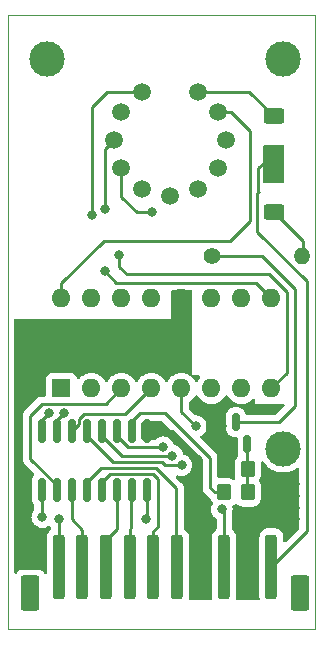
<source format=gbl>
G04 #@! TF.GenerationSoftware,KiCad,Pcbnew,(6.0.0)*
G04 #@! TF.CreationDate,2022-01-19T21:14:50+07:00*
G04 #@! TF.ProjectId,NixieClock,4e697869-6543-46c6-9f63-6b2e6b696361,rev?*
G04 #@! TF.SameCoordinates,Original*
G04 #@! TF.FileFunction,Copper,L2,Bot*
G04 #@! TF.FilePolarity,Positive*
%FSLAX46Y46*%
G04 Gerber Fmt 4.6, Leading zero omitted, Abs format (unit mm)*
G04 Created by KiCad (PCBNEW (6.0.0)) date 2022-01-19 21:14:50*
%MOMM*%
%LPD*%
G01*
G04 APERTURE LIST*
G04 Aperture macros list*
%AMRoundRect*
0 Rectangle with rounded corners*
0 $1 Rounding radius*
0 $2 $3 $4 $5 $6 $7 $8 $9 X,Y pos of 4 corners*
0 Add a 4 corners polygon primitive as box body*
4,1,4,$2,$3,$4,$5,$6,$7,$8,$9,$2,$3,0*
0 Add four circle primitives for the rounded corners*
1,1,$1+$1,$2,$3*
1,1,$1+$1,$4,$5*
1,1,$1+$1,$6,$7*
1,1,$1+$1,$8,$9*
0 Add four rect primitives between the rounded corners*
20,1,$1+$1,$2,$3,$4,$5,0*
20,1,$1+$1,$4,$5,$6,$7,0*
20,1,$1+$1,$6,$7,$8,$9,0*
20,1,$1+$1,$8,$9,$2,$3,0*%
G04 Aperture macros list end*
G04 #@! TA.AperFunction,Profile*
%ADD10C,0.050000*%
G04 #@! TD*
G04 #@! TA.AperFunction,ComponentPad*
%ADD11C,1.500000*%
G04 #@! TD*
G04 #@! TA.AperFunction,ComponentPad*
%ADD12R,1.600000X1.600000*%
G04 #@! TD*
G04 #@! TA.AperFunction,ComponentPad*
%ADD13O,1.600000X1.600000*%
G04 #@! TD*
G04 #@! TA.AperFunction,ComponentPad*
%ADD14C,1.400000*%
G04 #@! TD*
G04 #@! TA.AperFunction,ComponentPad*
%ADD15O,1.400000X1.400000*%
G04 #@! TD*
G04 #@! TA.AperFunction,SMDPad,CuDef*
%ADD16RoundRect,0.150000X0.150000X-0.587500X0.150000X0.587500X-0.150000X0.587500X-0.150000X-0.587500X0*%
G04 #@! TD*
G04 #@! TA.AperFunction,SMDPad,CuDef*
%ADD17RoundRect,0.250000X-0.350000X-0.450000X0.350000X-0.450000X0.350000X0.450000X-0.350000X0.450000X0*%
G04 #@! TD*
G04 #@! TA.AperFunction,SMDPad,CuDef*
%ADD18RoundRect,0.250000X-0.250000X-2.500000X0.250000X-2.500000X0.250000X2.500000X-0.250000X2.500000X0*%
G04 #@! TD*
G04 #@! TA.AperFunction,SMDPad,CuDef*
%ADD19RoundRect,0.250000X-0.550000X-1.250000X0.550000X-1.250000X0.550000X1.250000X-0.550000X1.250000X0*%
G04 #@! TD*
G04 #@! TA.AperFunction,SMDPad,CuDef*
%ADD20RoundRect,0.150000X-0.150000X0.825000X-0.150000X-0.825000X0.150000X-0.825000X0.150000X0.825000X0*%
G04 #@! TD*
G04 #@! TA.AperFunction,SMDPad,CuDef*
%ADD21RoundRect,0.250000X-0.625000X0.400000X-0.625000X-0.400000X0.625000X-0.400000X0.625000X0.400000X0*%
G04 #@! TD*
G04 #@! TA.AperFunction,SMDPad,CuDef*
%ADD22RoundRect,0.250000X0.625000X-0.400000X0.625000X0.400000X-0.625000X0.400000X-0.625000X-0.400000X0*%
G04 #@! TD*
G04 #@! TA.AperFunction,ViaPad*
%ADD23C,3.000000*%
G04 #@! TD*
G04 #@! TA.AperFunction,ViaPad*
%ADD24C,0.800000*%
G04 #@! TD*
G04 #@! TA.AperFunction,Conductor*
%ADD25C,0.250000*%
G04 #@! TD*
G04 APERTURE END LIST*
D10*
X45700000Y-80300000D02*
X19700000Y-80300000D01*
X19700000Y-80300000D02*
X19700000Y-28300000D01*
X19700000Y-28300000D02*
X45700000Y-28300000D01*
X45700000Y-28300000D02*
X45700000Y-80300000D01*
D11*
X31025000Y-34786000D03*
X29286190Y-36524671D03*
X28649671Y-38899810D03*
X29286000Y-41275000D03*
X31024671Y-43013810D03*
X33399810Y-43650329D03*
X35775000Y-43014000D03*
X37513810Y-41275329D03*
X38150329Y-38900190D03*
X37514000Y-36525000D03*
X35775329Y-34786190D03*
D12*
X24225000Y-59900000D03*
D13*
X26765000Y-59900000D03*
X29305000Y-59900000D03*
X31845000Y-59900000D03*
X34385000Y-59900000D03*
X36925000Y-59900000D03*
X39465000Y-59900000D03*
X42005000Y-59900000D03*
X42005000Y-52280000D03*
X39465000Y-52280000D03*
X36925000Y-52280000D03*
X34385000Y-52280000D03*
X31845000Y-52280000D03*
X29305000Y-52280000D03*
X26765000Y-52280000D03*
X24225000Y-52280000D03*
D14*
X36990000Y-48700000D03*
D15*
X44610000Y-48700000D03*
D16*
X39950000Y-64637500D03*
X38050000Y-64637500D03*
X39000000Y-62762500D03*
D17*
X38000000Y-68700000D03*
X40000000Y-68700000D03*
D18*
X24000000Y-75000000D03*
X26000000Y-75000000D03*
X28000000Y-75000000D03*
X30000000Y-75000000D03*
X32000000Y-75000000D03*
X34000000Y-75000000D03*
X36000000Y-75000000D03*
X38000000Y-75000000D03*
X40000000Y-75000000D03*
X42000000Y-75000000D03*
D19*
X21600000Y-77250000D03*
X44400000Y-77250000D03*
D17*
X38000000Y-66700000D03*
X40000000Y-66700000D03*
D20*
X22555000Y-63525000D03*
X23825000Y-63525000D03*
X25095000Y-63525000D03*
X26365000Y-63525000D03*
X27635000Y-63525000D03*
X28905000Y-63525000D03*
X30175000Y-63525000D03*
X31445000Y-63525000D03*
X31445000Y-68475000D03*
X30175000Y-68475000D03*
X28905000Y-68475000D03*
X27635000Y-68475000D03*
X26365000Y-68475000D03*
X25095000Y-68475000D03*
X23825000Y-68475000D03*
X22555000Y-68475000D03*
D21*
X42200000Y-41850000D03*
X42200000Y-44950000D03*
D22*
X42200000Y-39950000D03*
X42200000Y-36850000D03*
D23*
X43000000Y-32000000D03*
X43000000Y-65000000D03*
X23000000Y-32000000D03*
D24*
X31900000Y-45000000D03*
X27900000Y-50000000D03*
X27899671Y-44699671D03*
X29100000Y-48600000D03*
X26800000Y-45200000D03*
X24400000Y-62000000D03*
X23185833Y-61952211D03*
X37812389Y-70141513D03*
X35600000Y-63100000D03*
X22600000Y-70800000D03*
X31400000Y-71000000D03*
X24000000Y-71000000D03*
X22200000Y-72900000D03*
X35000000Y-70200000D03*
X36900000Y-63100000D03*
X22200000Y-73900000D03*
X44000000Y-69000000D03*
X43000000Y-71000000D03*
X43000000Y-68000000D03*
X21200000Y-72900000D03*
X43000000Y-70000000D03*
X44000000Y-68000000D03*
X36900000Y-64000000D03*
X21200000Y-73900000D03*
X37800000Y-63100000D03*
X44000000Y-70000000D03*
X35000000Y-71300000D03*
X43000000Y-69000000D03*
X44000000Y-71000000D03*
X34400000Y-66400000D03*
X33600000Y-65600000D03*
X32845090Y-64872300D03*
D25*
X40136190Y-34786190D02*
X42200000Y-36850000D01*
X35775329Y-34786190D02*
X40136190Y-34786190D01*
X27800000Y-47400000D02*
X38500000Y-47400000D01*
X40150969Y-38101309D02*
X38574660Y-36525000D01*
X38574660Y-36525000D02*
X37514000Y-36525000D01*
X40150969Y-45749031D02*
X40150969Y-38101309D01*
X38500000Y-47400000D02*
X40150969Y-45749031D01*
X24225000Y-52280000D02*
X24225000Y-50975000D01*
X24225000Y-50975000D02*
X27800000Y-47400000D01*
X29286000Y-41275000D02*
X29286000Y-43686000D01*
X30600000Y-45000000D02*
X31900000Y-45000000D01*
X29286000Y-43686000D02*
X30600000Y-45000000D01*
X42005000Y-52280000D02*
X40680489Y-50955489D01*
X27899671Y-44999671D02*
X27900000Y-45000000D01*
X28649671Y-38899810D02*
X27899671Y-39649810D01*
X27899671Y-39649810D02*
X27899671Y-44699671D01*
X40680489Y-50955489D02*
X28855489Y-50955489D01*
X28855489Y-50955489D02*
X27900000Y-50000000D01*
X27899671Y-44699671D02*
X27899671Y-44999671D01*
X29100000Y-49600000D02*
X29100000Y-48600000D01*
X43329511Y-51731368D02*
X41822654Y-50224511D01*
X29800000Y-50224511D02*
X29100000Y-49600000D01*
X43329511Y-58575489D02*
X43329511Y-51731368D01*
X42005000Y-59900000D02*
X43329511Y-58575489D01*
X41822654Y-50224511D02*
X29800000Y-50224511D01*
X28114000Y-34786000D02*
X31025000Y-34786000D01*
X26800000Y-45200000D02*
X26800000Y-36100000D01*
X26800000Y-36100000D02*
X28114000Y-34786000D01*
X23825000Y-63525000D02*
X23825000Y-62575000D01*
X23825000Y-62575000D02*
X24400000Y-62000000D01*
X22555000Y-63525000D02*
X22555000Y-62583044D01*
X22555000Y-63525000D02*
X22555000Y-63144402D01*
X22555000Y-62583044D02*
X23185833Y-61952211D01*
X22555000Y-63144402D02*
X22600000Y-63099402D01*
X22555000Y-70755000D02*
X22600000Y-70800000D01*
X34385000Y-59900000D02*
X34385000Y-61885000D01*
X38000000Y-75000000D02*
X38000000Y-70329124D01*
X38000000Y-70329124D02*
X37812389Y-70141513D01*
X34385000Y-61885000D02*
X35600000Y-63100000D01*
X22555000Y-68475000D02*
X22555000Y-70755000D01*
X29645000Y-62100000D02*
X31845000Y-59900000D01*
X25737280Y-62882720D02*
X25737280Y-62502122D01*
X26139402Y-62100000D02*
X29645000Y-62100000D01*
X25095000Y-63525000D02*
X25737280Y-62882720D01*
X25737280Y-62502122D02*
X26139402Y-62100000D01*
X23825000Y-68094402D02*
X23825000Y-68475000D01*
X27980490Y-61224510D02*
X22575490Y-61224510D01*
X21600000Y-65869402D02*
X23825000Y-68094402D01*
X22575490Y-61224510D02*
X21600000Y-62200000D01*
X29305000Y-59900000D02*
X27980490Y-61224510D01*
X21600000Y-62200000D02*
X21600000Y-65869402D01*
X31445000Y-70955000D02*
X31400000Y-71000000D01*
X31445000Y-68475000D02*
X31445000Y-70955000D01*
X24000000Y-75000000D02*
X24000000Y-71000000D01*
X25095000Y-70995000D02*
X25095000Y-68475000D01*
X26000000Y-71900000D02*
X25095000Y-70995000D01*
X26000000Y-75000000D02*
X26000000Y-71900000D01*
X28000000Y-75000000D02*
X28000000Y-72700000D01*
X28000000Y-72700000D02*
X28905000Y-71795000D01*
X28905000Y-71795000D02*
X28905000Y-68475000D01*
X30000000Y-75000000D02*
X30000000Y-71800000D01*
X30100000Y-68550000D02*
X30100000Y-71700000D01*
X30175000Y-68475000D02*
X30100000Y-68550000D01*
X30000000Y-71800000D02*
X30100000Y-71700000D01*
X32400000Y-71600000D02*
X32400000Y-67600000D01*
X32400000Y-67600000D02*
X31972280Y-67172280D01*
X28327720Y-67172280D02*
X27635000Y-67865000D01*
X32000000Y-75000000D02*
X32000000Y-72000000D01*
X31972280Y-67172280D02*
X28327720Y-67172280D01*
X27635000Y-67865000D02*
X27635000Y-68475000D01*
X32000000Y-72000000D02*
X32400000Y-71600000D01*
X26365000Y-68475000D02*
X26365000Y-67835000D01*
X26365000Y-67835000D02*
X27600000Y-66600000D01*
X32200000Y-66600000D02*
X33952711Y-68352711D01*
X33952711Y-74952711D02*
X34000000Y-75000000D01*
X33952711Y-68352711D02*
X33952711Y-74952711D01*
X27600000Y-66600000D02*
X32200000Y-66600000D01*
X36000000Y-65900000D02*
X33625000Y-63525000D01*
X38050000Y-64637500D02*
X38050000Y-66650000D01*
X36000000Y-75000000D02*
X36000000Y-65900000D01*
X33625000Y-63525000D02*
X31445000Y-63525000D01*
X38050000Y-66650000D02*
X38000000Y-66700000D01*
X40800480Y-43349040D02*
X40900000Y-43249520D01*
X45000000Y-72000000D02*
X45000000Y-50821721D01*
X40900000Y-41250000D02*
X40900000Y-43200000D01*
X42200000Y-39950000D02*
X40900000Y-41250000D01*
X40800480Y-46622201D02*
X40800480Y-43349040D01*
X40900000Y-43200000D02*
X40949520Y-43249520D01*
X45000000Y-50821721D02*
X40800480Y-46622201D01*
X42000000Y-75000000D02*
X45000000Y-72000000D01*
X42637500Y-62762500D02*
X44000000Y-61400000D01*
X37390000Y-49000000D02*
X37390000Y-48700000D01*
X37390000Y-48700000D02*
X41216691Y-48700000D01*
X39000000Y-62762500D02*
X42637500Y-62762500D01*
X41216691Y-48700000D02*
X44000000Y-51483309D01*
X44000000Y-51483309D02*
X44000000Y-61400000D01*
X42200000Y-44950000D02*
X44700000Y-47450000D01*
X44700000Y-48690000D02*
X45010000Y-49000000D01*
X44700000Y-47450000D02*
X44700000Y-48690000D01*
X39950000Y-68650000D02*
X40000000Y-68700000D01*
X39950000Y-64637500D02*
X39950000Y-68650000D01*
X26365000Y-63905598D02*
X28587103Y-66127701D01*
X26365000Y-63525000D02*
X26365000Y-63905598D01*
X33000000Y-66400000D02*
X34400000Y-66400000D01*
X28587103Y-66127701D02*
X32727701Y-66127701D01*
X32727701Y-66127701D02*
X33000000Y-66400000D01*
X29329402Y-65600000D02*
X33600000Y-65600000D01*
X27635000Y-63525000D02*
X27635000Y-63905598D01*
X27635000Y-63905598D02*
X29329402Y-65600000D01*
X28905000Y-63905598D02*
X29871702Y-64872300D01*
X29871702Y-64872300D02*
X32845090Y-64872300D01*
X28905000Y-63525000D02*
X28905000Y-63905598D01*
X33000000Y-62000000D02*
X30900000Y-62000000D01*
X38000000Y-68700000D02*
X37200000Y-68700000D01*
X30200000Y-62700000D02*
X30200000Y-63500000D01*
X30200000Y-63500000D02*
X30175000Y-63525000D01*
X30900000Y-62000000D02*
X30200000Y-62700000D01*
X37200000Y-68700000D02*
X36800000Y-68300000D01*
X36800000Y-68300000D02*
X36800000Y-65800000D01*
X36800000Y-65800000D02*
X33000000Y-62000000D01*
G04 #@! TA.AperFunction,Conductor*
G36*
X43042121Y-39320002D02*
G01*
X43088614Y-39373658D01*
X43100000Y-39426000D01*
X43100000Y-42374000D01*
X43079998Y-42442121D01*
X43026342Y-42488614D01*
X42974000Y-42500000D01*
X41426000Y-42500000D01*
X41357879Y-42479998D01*
X41311386Y-42426342D01*
X41300000Y-42374000D01*
X41300000Y-39426000D01*
X41320002Y-39357879D01*
X41373658Y-39311386D01*
X41426000Y-39300000D01*
X42974000Y-39300000D01*
X43042121Y-39320002D01*
G37*
G04 #@! TD.AperFunction*
G04 #@! TA.AperFunction,Conductor*
G36*
X32753527Y-62653502D02*
G01*
X32774501Y-62670405D01*
X36129595Y-66025499D01*
X36163621Y-66087811D01*
X36166500Y-66114594D01*
X36166500Y-68221233D01*
X36165973Y-68232416D01*
X36164298Y-68239909D01*
X36164547Y-68247835D01*
X36164547Y-68247836D01*
X36166438Y-68307986D01*
X36166500Y-68311945D01*
X36166500Y-68339856D01*
X36166997Y-68343790D01*
X36166997Y-68343791D01*
X36167005Y-68343856D01*
X36167938Y-68355693D01*
X36169327Y-68399889D01*
X36173079Y-68412803D01*
X36174978Y-68419339D01*
X36178987Y-68438700D01*
X36181526Y-68458797D01*
X36184445Y-68466168D01*
X36184445Y-68466170D01*
X36197804Y-68499912D01*
X36201649Y-68511142D01*
X36213982Y-68553593D01*
X36218015Y-68560412D01*
X36218017Y-68560417D01*
X36224293Y-68571028D01*
X36232988Y-68588776D01*
X36240448Y-68607617D01*
X36245110Y-68614033D01*
X36245110Y-68614034D01*
X36266436Y-68643387D01*
X36272952Y-68653307D01*
X36281231Y-68667305D01*
X36295458Y-68691362D01*
X36309779Y-68705683D01*
X36322619Y-68720716D01*
X36334528Y-68737107D01*
X36340634Y-68742158D01*
X36368605Y-68765298D01*
X36377384Y-68773288D01*
X36696343Y-69092247D01*
X36703887Y-69100537D01*
X36708000Y-69107018D01*
X36713777Y-69112443D01*
X36757667Y-69153658D01*
X36760509Y-69156413D01*
X36780230Y-69176134D01*
X36783425Y-69178612D01*
X36792447Y-69186318D01*
X36824679Y-69216586D01*
X36841541Y-69225856D01*
X36891598Y-69276199D01*
X36902386Y-69305315D01*
X36902474Y-69306166D01*
X36904656Y-69312705D01*
X36904656Y-69312707D01*
X36948750Y-69444872D01*
X36958450Y-69473946D01*
X37017265Y-69568989D01*
X37036102Y-69637438D01*
X37019239Y-69698290D01*
X36977862Y-69769957D01*
X36918847Y-69951585D01*
X36918157Y-69958146D01*
X36918157Y-69958148D01*
X36902764Y-70104603D01*
X36898885Y-70141513D01*
X36899575Y-70148078D01*
X36917764Y-70321134D01*
X36918847Y-70331441D01*
X36977862Y-70513069D01*
X37073349Y-70678457D01*
X37077767Y-70683364D01*
X37077768Y-70683365D01*
X37182787Y-70800000D01*
X37201136Y-70820379D01*
X37314562Y-70902788D01*
X37357915Y-70959009D01*
X37366500Y-71004723D01*
X37366500Y-71775101D01*
X37346498Y-71843222D01*
X37306803Y-71882245D01*
X37275652Y-71901522D01*
X37150695Y-72026697D01*
X37146855Y-72032927D01*
X37146854Y-72032928D01*
X37070938Y-72156087D01*
X37057885Y-72177262D01*
X37002203Y-72345139D01*
X37001503Y-72351975D01*
X37001502Y-72351978D01*
X36997091Y-72395031D01*
X36991500Y-72449600D01*
X36991500Y-77550400D01*
X36991837Y-77553646D01*
X36991837Y-77553650D01*
X37002474Y-77656166D01*
X37000697Y-77656350D01*
X36996178Y-77718212D01*
X36953545Y-77774983D01*
X36886987Y-77799693D01*
X36878190Y-77800000D01*
X35121791Y-77800000D01*
X35053670Y-77779998D01*
X35007177Y-77726342D01*
X34997171Y-77656749D01*
X34997797Y-77654861D01*
X35008500Y-77550400D01*
X35008500Y-72449600D01*
X35008163Y-72446350D01*
X34998238Y-72350692D01*
X34998237Y-72350688D01*
X34997526Y-72343834D01*
X34941550Y-72176054D01*
X34848478Y-72025652D01*
X34723303Y-71900695D01*
X34707609Y-71891021D01*
X34646095Y-71853103D01*
X34598602Y-71800330D01*
X34586211Y-71745843D01*
X34586211Y-68431479D01*
X34586738Y-68420296D01*
X34588413Y-68412803D01*
X34586273Y-68344712D01*
X34586211Y-68340755D01*
X34586211Y-68312855D01*
X34585707Y-68308864D01*
X34584774Y-68297022D01*
X34583634Y-68260747D01*
X34583385Y-68252822D01*
X34581172Y-68245204D01*
X34577732Y-68233363D01*
X34573723Y-68214004D01*
X34573557Y-68212694D01*
X34571185Y-68193914D01*
X34568269Y-68186548D01*
X34568267Y-68186542D01*
X34554911Y-68152809D01*
X34551066Y-68141579D01*
X34540941Y-68106728D01*
X34540941Y-68106727D01*
X34538730Y-68099118D01*
X34528416Y-68081677D01*
X34519719Y-68063924D01*
X34515183Y-68052469D01*
X34512263Y-68045094D01*
X34486274Y-68009323D01*
X34479758Y-67999403D01*
X34461289Y-67968174D01*
X34457253Y-67961349D01*
X34442932Y-67947028D01*
X34430091Y-67931994D01*
X34422842Y-67922017D01*
X34418183Y-67915604D01*
X34412079Y-67910554D01*
X34412074Y-67910549D01*
X34384113Y-67887418D01*
X34375332Y-67879428D01*
X33962106Y-67466201D01*
X33928081Y-67403889D01*
X33933146Y-67333073D01*
X33975693Y-67276238D01*
X34042213Y-67251427D01*
X34102452Y-67262000D01*
X34117712Y-67268794D01*
X34211113Y-67288647D01*
X34298056Y-67307128D01*
X34298061Y-67307128D01*
X34304513Y-67308500D01*
X34495487Y-67308500D01*
X34501939Y-67307128D01*
X34501944Y-67307128D01*
X34588887Y-67288647D01*
X34682288Y-67268794D01*
X34697548Y-67262000D01*
X34850722Y-67193803D01*
X34850724Y-67193802D01*
X34856752Y-67191118D01*
X35011253Y-67078866D01*
X35052101Y-67033500D01*
X35134621Y-66941852D01*
X35134622Y-66941851D01*
X35139040Y-66936944D01*
X35234527Y-66771556D01*
X35293542Y-66589928D01*
X35313504Y-66400000D01*
X35298870Y-66260764D01*
X35294232Y-66216635D01*
X35294232Y-66216633D01*
X35293542Y-66210072D01*
X35234527Y-66028444D01*
X35139040Y-65863056D01*
X35042837Y-65756211D01*
X35015675Y-65726045D01*
X35015674Y-65726044D01*
X35011253Y-65721134D01*
X34856752Y-65608882D01*
X34850724Y-65606198D01*
X34850722Y-65606197D01*
X34688319Y-65533891D01*
X34688318Y-65533891D01*
X34682288Y-65531206D01*
X34675833Y-65529834D01*
X34675830Y-65529833D01*
X34614729Y-65516846D01*
X34590875Y-65511776D01*
X34528402Y-65478048D01*
X34494080Y-65415193D01*
X34493542Y-65410072D01*
X34478213Y-65362893D01*
X34436569Y-65234729D01*
X34434527Y-65228444D01*
X34426003Y-65213679D01*
X34342341Y-65068774D01*
X34339040Y-65063056D01*
X34307928Y-65028502D01*
X34215675Y-64926045D01*
X34215674Y-64926044D01*
X34211253Y-64921134D01*
X34056752Y-64808882D01*
X34050724Y-64806198D01*
X34050722Y-64806197D01*
X33888319Y-64733891D01*
X33888318Y-64733891D01*
X33882288Y-64731206D01*
X33875836Y-64729835D01*
X33875831Y-64729833D01*
X33816175Y-64717153D01*
X33753701Y-64683424D01*
X33722539Y-64632843D01*
X33681658Y-64507026D01*
X33679617Y-64500744D01*
X33584130Y-64335356D01*
X33456343Y-64193434D01*
X33301842Y-64081182D01*
X33295814Y-64078498D01*
X33295812Y-64078497D01*
X33133409Y-64006191D01*
X33133408Y-64006191D01*
X33127378Y-64003506D01*
X33021694Y-63981042D01*
X32947034Y-63965172D01*
X32947029Y-63965172D01*
X32940577Y-63963800D01*
X32749603Y-63963800D01*
X32743151Y-63965172D01*
X32743146Y-63965172D01*
X32668486Y-63981042D01*
X32562802Y-64003506D01*
X32556772Y-64006191D01*
X32556771Y-64006191D01*
X32394368Y-64078497D01*
X32394366Y-64078498D01*
X32388338Y-64081182D01*
X32233837Y-64193434D01*
X32229422Y-64198337D01*
X32224510Y-64202760D01*
X32223385Y-64201511D01*
X32170076Y-64234351D01*
X32136890Y-64238800D01*
X31109500Y-64238800D01*
X31041379Y-64218798D01*
X30994886Y-64165142D01*
X30983500Y-64112800D01*
X30983500Y-62864594D01*
X31003502Y-62796473D01*
X31020405Y-62775499D01*
X31125499Y-62670405D01*
X31187811Y-62636379D01*
X31214594Y-62633500D01*
X32685406Y-62633500D01*
X32753527Y-62653502D01*
G37*
G04 #@! TD.AperFunction*
G04 #@! TA.AperFunction,Conductor*
G36*
X41317012Y-66104509D02*
G01*
X41338340Y-66128366D01*
X41403181Y-66222709D01*
X41422274Y-66250490D01*
X41425161Y-66253663D01*
X41425162Y-66253664D01*
X41603692Y-66449867D01*
X41606582Y-66453043D01*
X41816675Y-66628707D01*
X41820316Y-66630991D01*
X42045024Y-66771951D01*
X42045028Y-66771953D01*
X42048664Y-66774234D01*
X42116544Y-66804883D01*
X42294345Y-66885164D01*
X42294349Y-66885166D01*
X42298257Y-66886930D01*
X42302377Y-66888150D01*
X42302376Y-66888150D01*
X42556723Y-66963491D01*
X42556727Y-66963492D01*
X42560836Y-66964709D01*
X42565070Y-66965357D01*
X42565075Y-66965358D01*
X42827298Y-67005483D01*
X42827300Y-67005483D01*
X42831540Y-67006132D01*
X42970912Y-67008322D01*
X43101071Y-67010367D01*
X43101077Y-67010367D01*
X43105362Y-67010434D01*
X43377235Y-66977534D01*
X43642127Y-66908041D01*
X43646087Y-66906401D01*
X43646092Y-66906399D01*
X43768632Y-66855641D01*
X43895136Y-66803241D01*
X44013359Y-66734157D01*
X44127879Y-66667237D01*
X44127880Y-66667236D01*
X44131582Y-66665073D01*
X44162755Y-66640630D01*
X44228702Y-66614339D01*
X44298396Y-66627874D01*
X44349709Y-66676941D01*
X44366500Y-66739785D01*
X44366500Y-71685406D01*
X44346498Y-71753527D01*
X44329595Y-71774501D01*
X43223595Y-72880500D01*
X43161283Y-72914526D01*
X43090467Y-72909461D01*
X43033632Y-72866914D01*
X43008821Y-72800394D01*
X43008500Y-72791405D01*
X43008500Y-72449600D01*
X43008163Y-72446350D01*
X42998238Y-72350692D01*
X42998237Y-72350688D01*
X42997526Y-72343834D01*
X42941550Y-72176054D01*
X42848478Y-72025652D01*
X42723303Y-71900695D01*
X42707609Y-71891021D01*
X42578968Y-71811725D01*
X42578966Y-71811724D01*
X42572738Y-71807885D01*
X42461946Y-71771137D01*
X42411389Y-71754368D01*
X42411387Y-71754368D01*
X42404861Y-71752203D01*
X42398025Y-71751503D01*
X42398022Y-71751502D01*
X42354969Y-71747091D01*
X42300400Y-71741500D01*
X41699600Y-71741500D01*
X41696354Y-71741837D01*
X41696350Y-71741837D01*
X41600692Y-71751762D01*
X41600688Y-71751763D01*
X41593834Y-71752474D01*
X41587298Y-71754655D01*
X41587296Y-71754655D01*
X41461183Y-71796730D01*
X41426054Y-71808450D01*
X41275652Y-71901522D01*
X41150695Y-72026697D01*
X41146855Y-72032927D01*
X41146854Y-72032928D01*
X41070938Y-72156087D01*
X41057885Y-72177262D01*
X41002203Y-72345139D01*
X41001503Y-72351975D01*
X41001502Y-72351978D01*
X40997091Y-72395031D01*
X40991500Y-72449600D01*
X40991500Y-77550400D01*
X40991837Y-77553646D01*
X40991837Y-77553650D01*
X41002474Y-77656166D01*
X41000697Y-77656350D01*
X40996178Y-77718212D01*
X40953545Y-77774983D01*
X40886987Y-77799693D01*
X40878190Y-77800000D01*
X39121791Y-77800000D01*
X39053670Y-77779998D01*
X39007177Y-77726342D01*
X38997171Y-77656749D01*
X38997797Y-77654861D01*
X39008500Y-77550400D01*
X39008500Y-72449600D01*
X39008163Y-72446350D01*
X38998238Y-72350692D01*
X38998237Y-72350688D01*
X38997526Y-72343834D01*
X38941550Y-72176054D01*
X38848478Y-72025652D01*
X38723303Y-71900695D01*
X38693382Y-71882251D01*
X38645890Y-71829478D01*
X38633500Y-71774992D01*
X38633500Y-70568286D01*
X38644259Y-70517671D01*
X38646916Y-70513069D01*
X38705931Y-70331441D01*
X38707015Y-70321134D01*
X38725203Y-70148078D01*
X38725893Y-70141513D01*
X38722014Y-70104603D01*
X38706621Y-69958148D01*
X38706621Y-69958146D01*
X38705931Y-69951585D01*
X38701366Y-69937535D01*
X38699338Y-69866570D01*
X38736000Y-69805772D01*
X38754886Y-69791463D01*
X38824348Y-69748478D01*
X38910784Y-69661891D01*
X38973066Y-69627812D01*
X39043886Y-69632815D01*
X39088976Y-69661736D01*
X39176697Y-69749305D01*
X39182927Y-69753145D01*
X39182928Y-69753146D01*
X39320090Y-69837694D01*
X39327262Y-69842115D01*
X39400992Y-69866570D01*
X39488611Y-69895632D01*
X39488613Y-69895632D01*
X39495139Y-69897797D01*
X39501975Y-69898497D01*
X39501978Y-69898498D01*
X39545031Y-69902909D01*
X39599600Y-69908500D01*
X40400400Y-69908500D01*
X40403646Y-69908163D01*
X40403650Y-69908163D01*
X40499308Y-69898238D01*
X40499312Y-69898237D01*
X40506166Y-69897526D01*
X40512702Y-69895345D01*
X40512704Y-69895345D01*
X40644806Y-69851272D01*
X40673946Y-69841550D01*
X40824348Y-69748478D01*
X40949305Y-69623303D01*
X40953146Y-69617072D01*
X41038275Y-69478968D01*
X41038276Y-69478966D01*
X41042115Y-69472738D01*
X41097797Y-69304861D01*
X41108500Y-69200400D01*
X41108500Y-68199600D01*
X41103645Y-68152809D01*
X41098238Y-68100692D01*
X41098237Y-68100688D01*
X41097526Y-68093834D01*
X41041550Y-67926054D01*
X40948478Y-67775652D01*
X40948362Y-67775536D01*
X40922827Y-67712457D01*
X40935996Y-67642692D01*
X40946864Y-67625749D01*
X40949305Y-67623303D01*
X41022618Y-67504368D01*
X41038275Y-67478968D01*
X41038276Y-67478966D01*
X41042115Y-67472738D01*
X41073016Y-67379573D01*
X41095632Y-67311389D01*
X41095632Y-67311387D01*
X41097797Y-67304861D01*
X41108500Y-67200400D01*
X41108500Y-66199733D01*
X41128502Y-66131612D01*
X41182158Y-66085119D01*
X41252432Y-66075015D01*
X41317012Y-66104509D01*
G37*
G04 #@! TD.AperFunction*
G04 #@! TA.AperFunction,Conductor*
G36*
X35242121Y-51608991D02*
G01*
X35288614Y-51662647D01*
X35300000Y-51714989D01*
X35300000Y-58800000D01*
X35870312Y-58800000D01*
X35938433Y-58820002D01*
X35984926Y-58873658D01*
X35995030Y-58943932D01*
X35965536Y-59008512D01*
X35959407Y-59015095D01*
X35918802Y-59055700D01*
X35787477Y-59243251D01*
X35785154Y-59248233D01*
X35785151Y-59248238D01*
X35769195Y-59282457D01*
X35722278Y-59335742D01*
X35654001Y-59355203D01*
X35586041Y-59334661D01*
X35540805Y-59282457D01*
X35524849Y-59248238D01*
X35524846Y-59248233D01*
X35522523Y-59243251D01*
X35391198Y-59055700D01*
X35229300Y-58893802D01*
X35224792Y-58890645D01*
X35224789Y-58890643D01*
X35123903Y-58820002D01*
X35041749Y-58762477D01*
X35036767Y-58760154D01*
X35036762Y-58760151D01*
X34839225Y-58668039D01*
X34839224Y-58668039D01*
X34834243Y-58665716D01*
X34828935Y-58664294D01*
X34828933Y-58664293D01*
X34618402Y-58607881D01*
X34618400Y-58607881D01*
X34613087Y-58606457D01*
X34385000Y-58586502D01*
X34156913Y-58606457D01*
X34151600Y-58607881D01*
X34151598Y-58607881D01*
X33941067Y-58664293D01*
X33941065Y-58664294D01*
X33935757Y-58665716D01*
X33930776Y-58668039D01*
X33930775Y-58668039D01*
X33733238Y-58760151D01*
X33733233Y-58760154D01*
X33728251Y-58762477D01*
X33646097Y-58820002D01*
X33545211Y-58890643D01*
X33545208Y-58890645D01*
X33540700Y-58893802D01*
X33378802Y-59055700D01*
X33247477Y-59243251D01*
X33245154Y-59248233D01*
X33245151Y-59248238D01*
X33229195Y-59282457D01*
X33182278Y-59335742D01*
X33114001Y-59355203D01*
X33046041Y-59334661D01*
X33000805Y-59282457D01*
X32984849Y-59248238D01*
X32984846Y-59248233D01*
X32982523Y-59243251D01*
X32851198Y-59055700D01*
X32689300Y-58893802D01*
X32684792Y-58890645D01*
X32684789Y-58890643D01*
X32583903Y-58820002D01*
X32501749Y-58762477D01*
X32496767Y-58760154D01*
X32496762Y-58760151D01*
X32299225Y-58668039D01*
X32299224Y-58668039D01*
X32294243Y-58665716D01*
X32288935Y-58664294D01*
X32288933Y-58664293D01*
X32078402Y-58607881D01*
X32078400Y-58607881D01*
X32073087Y-58606457D01*
X31845000Y-58586502D01*
X31616913Y-58606457D01*
X31611600Y-58607881D01*
X31611598Y-58607881D01*
X31401067Y-58664293D01*
X31401065Y-58664294D01*
X31395757Y-58665716D01*
X31390776Y-58668039D01*
X31390775Y-58668039D01*
X31193238Y-58760151D01*
X31193233Y-58760154D01*
X31188251Y-58762477D01*
X31106097Y-58820002D01*
X31005211Y-58890643D01*
X31005208Y-58890645D01*
X31000700Y-58893802D01*
X30838802Y-59055700D01*
X30707477Y-59243251D01*
X30705154Y-59248233D01*
X30705151Y-59248238D01*
X30689195Y-59282457D01*
X30642278Y-59335742D01*
X30574001Y-59355203D01*
X30506041Y-59334661D01*
X30460805Y-59282457D01*
X30444849Y-59248238D01*
X30444846Y-59248233D01*
X30442523Y-59243251D01*
X30311198Y-59055700D01*
X30149300Y-58893802D01*
X30144792Y-58890645D01*
X30144789Y-58890643D01*
X30043903Y-58820002D01*
X29961749Y-58762477D01*
X29956767Y-58760154D01*
X29956762Y-58760151D01*
X29759225Y-58668039D01*
X29759224Y-58668039D01*
X29754243Y-58665716D01*
X29748935Y-58664294D01*
X29748933Y-58664293D01*
X29538402Y-58607881D01*
X29538400Y-58607881D01*
X29533087Y-58606457D01*
X29305000Y-58586502D01*
X29076913Y-58606457D01*
X29071600Y-58607881D01*
X29071598Y-58607881D01*
X28861067Y-58664293D01*
X28861065Y-58664294D01*
X28855757Y-58665716D01*
X28850776Y-58668039D01*
X28850775Y-58668039D01*
X28653238Y-58760151D01*
X28653233Y-58760154D01*
X28648251Y-58762477D01*
X28566097Y-58820002D01*
X28465211Y-58890643D01*
X28465208Y-58890645D01*
X28460700Y-58893802D01*
X28298802Y-59055700D01*
X28167477Y-59243251D01*
X28165154Y-59248233D01*
X28165151Y-59248238D01*
X28149195Y-59282457D01*
X28102278Y-59335742D01*
X28034001Y-59355203D01*
X27966041Y-59334661D01*
X27920805Y-59282457D01*
X27904849Y-59248238D01*
X27904846Y-59248233D01*
X27902523Y-59243251D01*
X27771198Y-59055700D01*
X27609300Y-58893802D01*
X27604792Y-58890645D01*
X27604789Y-58890643D01*
X27503903Y-58820002D01*
X27421749Y-58762477D01*
X27416767Y-58760154D01*
X27416762Y-58760151D01*
X27219225Y-58668039D01*
X27219224Y-58668039D01*
X27214243Y-58665716D01*
X27208935Y-58664294D01*
X27208933Y-58664293D01*
X26998402Y-58607881D01*
X26998400Y-58607881D01*
X26993087Y-58606457D01*
X26765000Y-58586502D01*
X26536913Y-58606457D01*
X26531600Y-58607881D01*
X26531598Y-58607881D01*
X26321067Y-58664293D01*
X26321065Y-58664294D01*
X26315757Y-58665716D01*
X26310776Y-58668039D01*
X26310775Y-58668039D01*
X26113238Y-58760151D01*
X26113233Y-58760154D01*
X26108251Y-58762477D01*
X26026097Y-58820002D01*
X25925211Y-58890643D01*
X25925208Y-58890645D01*
X25920700Y-58893802D01*
X25758802Y-59055700D01*
X25755643Y-59060211D01*
X25752108Y-59064424D01*
X25750974Y-59063473D01*
X25700929Y-59103471D01*
X25630310Y-59110776D01*
X25566951Y-59078742D01*
X25530970Y-59017538D01*
X25527918Y-59000483D01*
X25526745Y-58989684D01*
X25475615Y-58853295D01*
X25388261Y-58736739D01*
X25271705Y-58649385D01*
X25135316Y-58598255D01*
X25073134Y-58591500D01*
X23376866Y-58591500D01*
X23314684Y-58598255D01*
X23178295Y-58649385D01*
X23061739Y-58736739D01*
X22974385Y-58853295D01*
X22923255Y-58989684D01*
X22916500Y-59051866D01*
X22916500Y-60465010D01*
X22896498Y-60533131D01*
X22842842Y-60579624D01*
X22790500Y-60591010D01*
X22654257Y-60591010D01*
X22643074Y-60590483D01*
X22635581Y-60588808D01*
X22627655Y-60589057D01*
X22627654Y-60589057D01*
X22567504Y-60590948D01*
X22563545Y-60591010D01*
X22535634Y-60591010D01*
X22531700Y-60591507D01*
X22531699Y-60591507D01*
X22531634Y-60591515D01*
X22519797Y-60592448D01*
X22487980Y-60593448D01*
X22483519Y-60593588D01*
X22475600Y-60593837D01*
X22457944Y-60598966D01*
X22456148Y-60599488D01*
X22436796Y-60603496D01*
X22429725Y-60604390D01*
X22416693Y-60606036D01*
X22409324Y-60608953D01*
X22409322Y-60608954D01*
X22375587Y-60622310D01*
X22364359Y-60626155D01*
X22321897Y-60638492D01*
X22315075Y-60642526D01*
X22315069Y-60642529D01*
X22304458Y-60648804D01*
X22286708Y-60657500D01*
X22275246Y-60662038D01*
X22275241Y-60662041D01*
X22267873Y-60664958D01*
X22261458Y-60669619D01*
X22232115Y-60690937D01*
X22222197Y-60697453D01*
X22203509Y-60708505D01*
X22184127Y-60719968D01*
X22169803Y-60734292D01*
X22154771Y-60747131D01*
X22138383Y-60759038D01*
X22110202Y-60793103D01*
X22102212Y-60801883D01*
X21207747Y-61696348D01*
X21199461Y-61703888D01*
X21192982Y-61708000D01*
X21187557Y-61713777D01*
X21146357Y-61757651D01*
X21143602Y-61760493D01*
X21123865Y-61780230D01*
X21121385Y-61783427D01*
X21113682Y-61792447D01*
X21083414Y-61824679D01*
X21079595Y-61831625D01*
X21079593Y-61831628D01*
X21073652Y-61842434D01*
X21062801Y-61858953D01*
X21050386Y-61874959D01*
X21047241Y-61882228D01*
X21047238Y-61882232D01*
X21032826Y-61915537D01*
X21027609Y-61926187D01*
X21006305Y-61964940D01*
X21004334Y-61972615D01*
X21004334Y-61972616D01*
X21001267Y-61984562D01*
X20994863Y-62003266D01*
X20986819Y-62021855D01*
X20985580Y-62029678D01*
X20985577Y-62029688D01*
X20979901Y-62065524D01*
X20977495Y-62077144D01*
X20970076Y-62106042D01*
X20966500Y-62119970D01*
X20966500Y-62140224D01*
X20964949Y-62159934D01*
X20961780Y-62179943D01*
X20962526Y-62187835D01*
X20965941Y-62223961D01*
X20966500Y-62235819D01*
X20966500Y-65790635D01*
X20965973Y-65801818D01*
X20964298Y-65809311D01*
X20964547Y-65817237D01*
X20964547Y-65817238D01*
X20966438Y-65877388D01*
X20966500Y-65881347D01*
X20966500Y-65909258D01*
X20966997Y-65913192D01*
X20966997Y-65913193D01*
X20967005Y-65913258D01*
X20967938Y-65925095D01*
X20969327Y-65969291D01*
X20972882Y-65981526D01*
X20974978Y-65988741D01*
X20978987Y-66008102D01*
X20981526Y-66028199D01*
X20984445Y-66035570D01*
X20984445Y-66035572D01*
X20997804Y-66069314D01*
X21001649Y-66080544D01*
X21013982Y-66122995D01*
X21018015Y-66129814D01*
X21018017Y-66129819D01*
X21024293Y-66140430D01*
X21032988Y-66158178D01*
X21040448Y-66177019D01*
X21045110Y-66183435D01*
X21045110Y-66183436D01*
X21066436Y-66212789D01*
X21072952Y-66222709D01*
X21089382Y-66250490D01*
X21095458Y-66260764D01*
X21109779Y-66275085D01*
X21122619Y-66290118D01*
X21134528Y-66306509D01*
X21140634Y-66311560D01*
X21168605Y-66334700D01*
X21177384Y-66342690D01*
X21890122Y-67055428D01*
X21924148Y-67117740D01*
X21919083Y-67188555D01*
X21890122Y-67233618D01*
X21880547Y-67243193D01*
X21876511Y-67250017D01*
X21876509Y-67250020D01*
X21843305Y-67306166D01*
X21795855Y-67386399D01*
X21749438Y-67546169D01*
X21748934Y-67552574D01*
X21748933Y-67552579D01*
X21746693Y-67581042D01*
X21746500Y-67583498D01*
X21746500Y-69366502D01*
X21749438Y-69403831D01*
X21751233Y-69410008D01*
X21789311Y-69541075D01*
X21795855Y-69563601D01*
X21799892Y-69570427D01*
X21876509Y-69699980D01*
X21876511Y-69699983D01*
X21880547Y-69706807D01*
X21886155Y-69712415D01*
X21891011Y-69718675D01*
X21889504Y-69719844D01*
X21918621Y-69773167D01*
X21921500Y-69799950D01*
X21921500Y-70147452D01*
X21901498Y-70215573D01*
X21889137Y-70231762D01*
X21860960Y-70263056D01*
X21857658Y-70268775D01*
X21857656Y-70268778D01*
X21825267Y-70324878D01*
X21765473Y-70428444D01*
X21706458Y-70610072D01*
X21705768Y-70616633D01*
X21705768Y-70616635D01*
X21699066Y-70680405D01*
X21686496Y-70800000D01*
X21706458Y-70989928D01*
X21765473Y-71171556D01*
X21860960Y-71336944D01*
X21865378Y-71341851D01*
X21865379Y-71341852D01*
X21969815Y-71457840D01*
X21988747Y-71478866D01*
X22029723Y-71508637D01*
X22136160Y-71585968D01*
X22143248Y-71591118D01*
X22149276Y-71593802D01*
X22149278Y-71593803D01*
X22297441Y-71659769D01*
X22317712Y-71668794D01*
X22395865Y-71685406D01*
X22498056Y-71707128D01*
X22498061Y-71707128D01*
X22504513Y-71708500D01*
X22695487Y-71708500D01*
X22701939Y-71707128D01*
X22701944Y-71707128D01*
X22804135Y-71685406D01*
X22882288Y-71668794D01*
X22902559Y-71659769D01*
X23050722Y-71593803D01*
X23050724Y-71593802D01*
X23056752Y-71591118D01*
X23063841Y-71585968D01*
X23117906Y-71546687D01*
X23184774Y-71522828D01*
X23253925Y-71538909D01*
X23285600Y-71564310D01*
X23334137Y-71618215D01*
X23364853Y-71682221D01*
X23366500Y-71702524D01*
X23366500Y-71775101D01*
X23346498Y-71843222D01*
X23306803Y-71882245D01*
X23275652Y-71901522D01*
X23150695Y-72026697D01*
X23146855Y-72032927D01*
X23146854Y-72032928D01*
X23070938Y-72156087D01*
X23057885Y-72177262D01*
X23002203Y-72345139D01*
X23001503Y-72351975D01*
X23001502Y-72351978D01*
X22997091Y-72395031D01*
X22991500Y-72449600D01*
X22991500Y-75475312D01*
X22971498Y-75543433D01*
X22917842Y-75589926D01*
X22847568Y-75600030D01*
X22782988Y-75570536D01*
X22758357Y-75541617D01*
X22748478Y-75525652D01*
X22623303Y-75400695D01*
X22617072Y-75396854D01*
X22478968Y-75311725D01*
X22478966Y-75311724D01*
X22472738Y-75307885D01*
X22312254Y-75254655D01*
X22311389Y-75254368D01*
X22311387Y-75254368D01*
X22304861Y-75252203D01*
X22298025Y-75251503D01*
X22298022Y-75251502D01*
X22253153Y-75246905D01*
X22200400Y-75241500D01*
X20999600Y-75241500D01*
X20996354Y-75241837D01*
X20996350Y-75241837D01*
X20900692Y-75251762D01*
X20900688Y-75251763D01*
X20893834Y-75252474D01*
X20887298Y-75254655D01*
X20887296Y-75254655D01*
X20755194Y-75298728D01*
X20726054Y-75308450D01*
X20575652Y-75401522D01*
X20450695Y-75526697D01*
X20446853Y-75532929D01*
X20446852Y-75532931D01*
X20441259Y-75542004D01*
X20388486Y-75589497D01*
X20318415Y-75600919D01*
X20253291Y-75572645D01*
X20213792Y-75513650D01*
X20208000Y-75475887D01*
X20208000Y-54126000D01*
X20228002Y-54057879D01*
X20281658Y-54011386D01*
X20334000Y-54000000D01*
X33500000Y-54000000D01*
X33500000Y-51714989D01*
X33520002Y-51646868D01*
X33573658Y-51600375D01*
X33626000Y-51588989D01*
X35174000Y-51588989D01*
X35242121Y-51608991D01*
G37*
G04 #@! TD.AperFunction*
G04 #@! TA.AperFunction,Conductor*
G36*
X38263959Y-60465339D02*
G01*
X38309195Y-60517543D01*
X38325151Y-60551762D01*
X38325154Y-60551767D01*
X38327477Y-60556749D01*
X38374916Y-60624499D01*
X38441765Y-60719968D01*
X38458802Y-60744300D01*
X38620700Y-60906198D01*
X38625208Y-60909355D01*
X38625211Y-60909357D01*
X38703389Y-60964098D01*
X38808251Y-61037523D01*
X38813233Y-61039846D01*
X38813238Y-61039849D01*
X38983825Y-61119394D01*
X39015757Y-61134284D01*
X39021065Y-61135706D01*
X39021067Y-61135707D01*
X39231598Y-61192119D01*
X39231600Y-61192119D01*
X39236913Y-61193543D01*
X39465000Y-61213498D01*
X39693087Y-61193543D01*
X39698400Y-61192119D01*
X39698402Y-61192119D01*
X39908933Y-61135707D01*
X39908935Y-61135706D01*
X39914243Y-61134284D01*
X39946175Y-61119394D01*
X40116762Y-61039849D01*
X40116767Y-61039846D01*
X40121749Y-61037523D01*
X40226611Y-60964098D01*
X40304789Y-60909357D01*
X40304792Y-60909355D01*
X40309300Y-60906198D01*
X40416053Y-60799445D01*
X40478365Y-60765419D01*
X40549180Y-60770484D01*
X40600000Y-60808527D01*
X40600000Y-61200000D01*
X41845210Y-61200000D01*
X41856192Y-61200479D01*
X42005000Y-61213498D01*
X42153808Y-61200479D01*
X42164790Y-61200000D01*
X42999905Y-61200000D01*
X43068026Y-61220002D01*
X43114519Y-61273658D01*
X43124623Y-61343932D01*
X43095129Y-61408512D01*
X43089004Y-61415092D01*
X42746444Y-61757651D01*
X42411999Y-62092096D01*
X42349687Y-62126121D01*
X42322904Y-62129000D01*
X39916967Y-62129000D01*
X39848846Y-62108998D01*
X39802353Y-62055342D01*
X39795970Y-62038152D01*
X39761358Y-61919014D01*
X39761356Y-61919009D01*
X39759145Y-61911399D01*
X39733892Y-61868699D01*
X39678491Y-61775020D01*
X39678489Y-61775017D01*
X39674453Y-61768193D01*
X39556807Y-61650547D01*
X39549983Y-61646511D01*
X39549980Y-61646509D01*
X39442411Y-61582893D01*
X39413601Y-61565855D01*
X39405990Y-61563644D01*
X39405988Y-61563643D01*
X39337005Y-61543602D01*
X39253831Y-61519438D01*
X39247426Y-61518934D01*
X39247421Y-61518933D01*
X39218958Y-61516693D01*
X39218950Y-61516693D01*
X39216502Y-61516500D01*
X38783498Y-61516500D01*
X38781050Y-61516693D01*
X38781042Y-61516693D01*
X38752579Y-61518933D01*
X38752574Y-61518934D01*
X38746169Y-61519438D01*
X38662995Y-61543602D01*
X38594012Y-61563643D01*
X38594010Y-61563644D01*
X38586399Y-61565855D01*
X38557589Y-61582893D01*
X38450020Y-61646509D01*
X38450017Y-61646511D01*
X38443193Y-61650547D01*
X38325547Y-61768193D01*
X38321511Y-61775017D01*
X38321509Y-61775020D01*
X38266108Y-61868699D01*
X38240855Y-61911399D01*
X38238644Y-61919010D01*
X38238643Y-61919012D01*
X38235624Y-61929405D01*
X38194438Y-62071169D01*
X38191500Y-62108498D01*
X38191500Y-63416502D01*
X38191693Y-63418950D01*
X38191693Y-63418958D01*
X38193417Y-63440855D01*
X38194438Y-63453831D01*
X38240855Y-63613601D01*
X38244892Y-63620427D01*
X38321509Y-63749980D01*
X38321511Y-63749983D01*
X38325547Y-63756807D01*
X38443193Y-63874453D01*
X38450017Y-63878489D01*
X38450020Y-63878491D01*
X38546683Y-63935657D01*
X38586399Y-63959145D01*
X38594010Y-63961356D01*
X38594012Y-63961357D01*
X38607144Y-63965172D01*
X38746169Y-64005562D01*
X38752574Y-64006066D01*
X38752579Y-64006067D01*
X38781042Y-64008307D01*
X38781050Y-64008307D01*
X38783498Y-64008500D01*
X39015500Y-64008500D01*
X39083621Y-64028502D01*
X39130114Y-64082158D01*
X39141500Y-64134500D01*
X39141500Y-65291502D01*
X39144438Y-65328831D01*
X39190855Y-65488601D01*
X39196088Y-65497449D01*
X39196543Y-65499241D01*
X39198038Y-65502697D01*
X39197481Y-65502938D01*
X39213548Y-65566262D01*
X39191033Y-65633594D01*
X39174892Y-65650764D01*
X39175652Y-65651522D01*
X39050695Y-65776697D01*
X39046855Y-65782927D01*
X39046854Y-65782928D01*
X38986188Y-65881347D01*
X38957885Y-65927262D01*
X38955581Y-65934209D01*
X38904634Y-66087811D01*
X38902203Y-66095139D01*
X38901503Y-66101975D01*
X38901502Y-66101978D01*
X38897541Y-66140637D01*
X38891500Y-66199600D01*
X38891500Y-67200400D01*
X38891837Y-67203646D01*
X38891837Y-67203650D01*
X38899369Y-67276238D01*
X38902474Y-67306166D01*
X38904655Y-67312702D01*
X38904655Y-67312704D01*
X38957815Y-67472043D01*
X38960399Y-67542992D01*
X38924216Y-67604076D01*
X38860751Y-67635901D01*
X38790156Y-67628362D01*
X38772175Y-67619179D01*
X38678968Y-67561725D01*
X38678966Y-67561724D01*
X38672738Y-67557885D01*
X38592995Y-67531436D01*
X38511389Y-67504368D01*
X38511387Y-67504368D01*
X38504861Y-67502203D01*
X38498025Y-67501503D01*
X38498022Y-67501502D01*
X38454969Y-67497091D01*
X38400400Y-67491500D01*
X37599600Y-67491500D01*
X37596359Y-67491836D01*
X37596345Y-67491837D01*
X37572502Y-67494311D01*
X37502681Y-67481445D01*
X37450899Y-67432874D01*
X37433500Y-67368984D01*
X37433500Y-65878768D01*
X37434027Y-65867585D01*
X37435702Y-65860092D01*
X37433562Y-65792001D01*
X37433500Y-65788044D01*
X37433500Y-65760144D01*
X37432996Y-65756153D01*
X37432063Y-65744311D01*
X37430923Y-65708036D01*
X37430674Y-65700111D01*
X37425021Y-65680652D01*
X37421012Y-65661293D01*
X37420326Y-65655866D01*
X37418474Y-65641203D01*
X37415558Y-65633837D01*
X37415556Y-65633831D01*
X37402200Y-65600098D01*
X37398355Y-65588868D01*
X37388230Y-65554017D01*
X37388230Y-65554016D01*
X37386019Y-65546407D01*
X37378617Y-65533891D01*
X37375705Y-65528966D01*
X37367008Y-65511213D01*
X37362472Y-65499758D01*
X37359552Y-65492383D01*
X37333563Y-65456612D01*
X37327047Y-65446692D01*
X37308578Y-65415463D01*
X37304542Y-65408638D01*
X37290221Y-65394317D01*
X37277380Y-65379283D01*
X37270131Y-65369306D01*
X37265472Y-65362893D01*
X37231395Y-65334702D01*
X37222616Y-65326712D01*
X35999753Y-64103848D01*
X35965727Y-64041536D01*
X35970792Y-63970720D01*
X36013339Y-63913885D01*
X36037596Y-63899647D01*
X36043775Y-63896896D01*
X36056752Y-63891118D01*
X36087410Y-63868844D01*
X36190406Y-63794012D01*
X36211253Y-63778866D01*
X36269989Y-63713633D01*
X36334621Y-63641852D01*
X36334622Y-63641851D01*
X36339040Y-63636944D01*
X36434527Y-63471556D01*
X36493542Y-63289928D01*
X36501323Y-63215901D01*
X36512814Y-63106565D01*
X36513504Y-63100000D01*
X36493542Y-62910072D01*
X36434527Y-62728444D01*
X36339040Y-62563056D01*
X36211253Y-62421134D01*
X36056752Y-62308882D01*
X36050724Y-62306198D01*
X36050722Y-62306197D01*
X35888319Y-62233891D01*
X35888318Y-62233891D01*
X35882288Y-62231206D01*
X35788887Y-62211353D01*
X35701944Y-62192872D01*
X35701939Y-62192872D01*
X35695487Y-62191500D01*
X35639595Y-62191500D01*
X35571474Y-62171498D01*
X35550500Y-62154595D01*
X35055405Y-61659500D01*
X35021379Y-61597188D01*
X35018500Y-61570405D01*
X35018500Y-61119394D01*
X35038502Y-61051273D01*
X35072229Y-61016181D01*
X35224789Y-60909357D01*
X35224792Y-60909355D01*
X35229300Y-60906198D01*
X35391198Y-60744300D01*
X35408236Y-60719968D01*
X35475084Y-60624499D01*
X35522523Y-60556749D01*
X35524846Y-60551767D01*
X35524849Y-60551762D01*
X35540805Y-60517543D01*
X35587722Y-60464258D01*
X35655999Y-60444797D01*
X35723959Y-60465339D01*
X35769195Y-60517543D01*
X35785151Y-60551762D01*
X35785154Y-60551767D01*
X35787477Y-60556749D01*
X35834916Y-60624499D01*
X35901765Y-60719968D01*
X35918802Y-60744300D01*
X36080700Y-60906198D01*
X36085208Y-60909355D01*
X36085211Y-60909357D01*
X36163389Y-60964098D01*
X36268251Y-61037523D01*
X36273233Y-61039846D01*
X36273238Y-61039849D01*
X36443825Y-61119394D01*
X36475757Y-61134284D01*
X36481065Y-61135706D01*
X36481067Y-61135707D01*
X36691598Y-61192119D01*
X36691600Y-61192119D01*
X36696913Y-61193543D01*
X36925000Y-61213498D01*
X37153087Y-61193543D01*
X37158400Y-61192119D01*
X37158402Y-61192119D01*
X37368933Y-61135707D01*
X37368935Y-61135706D01*
X37374243Y-61134284D01*
X37406175Y-61119394D01*
X37576762Y-61039849D01*
X37576767Y-61039846D01*
X37581749Y-61037523D01*
X37686611Y-60964098D01*
X37764789Y-60909357D01*
X37764792Y-60909355D01*
X37769300Y-60906198D01*
X37931198Y-60744300D01*
X37948236Y-60719968D01*
X38015084Y-60624499D01*
X38062523Y-60556749D01*
X38064846Y-60551767D01*
X38064849Y-60551762D01*
X38080805Y-60517543D01*
X38127722Y-60464258D01*
X38195999Y-60444797D01*
X38263959Y-60465339D01*
G37*
G04 #@! TD.AperFunction*
M02*

</source>
